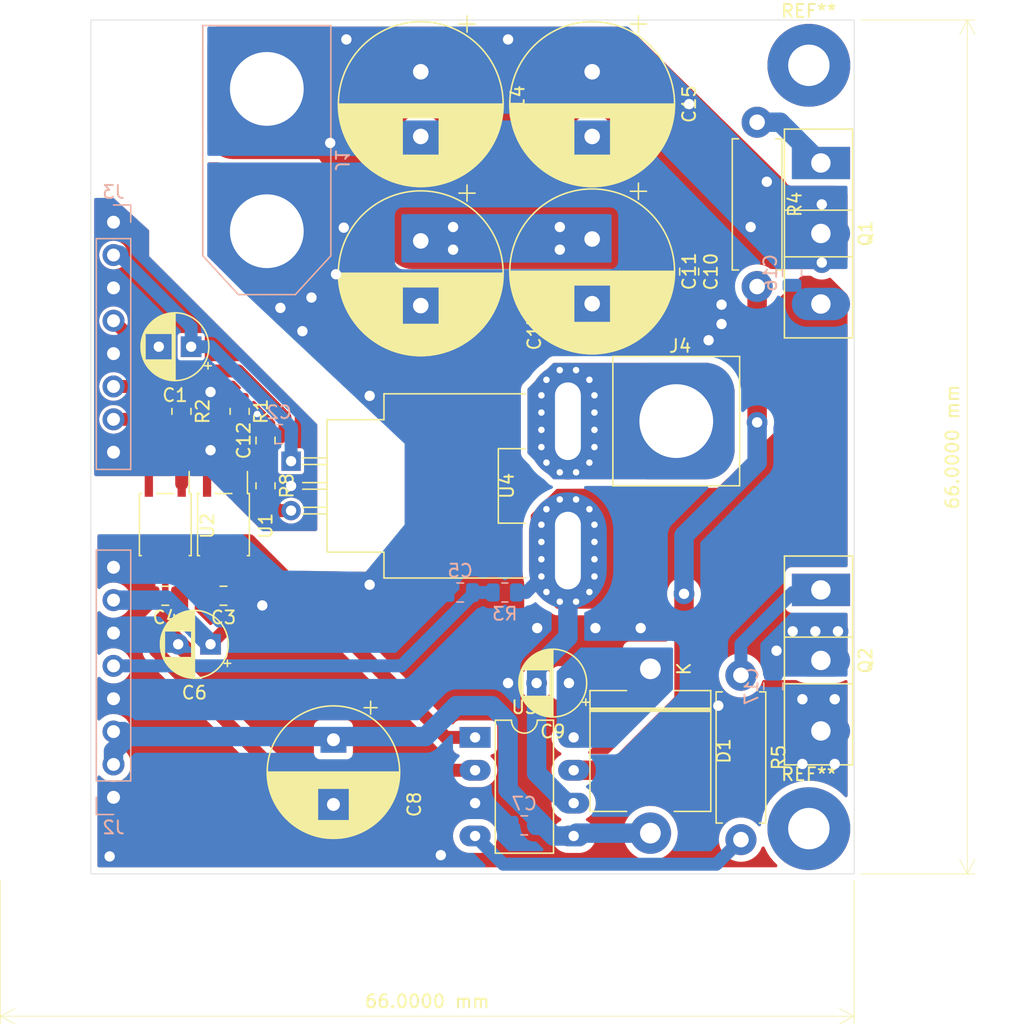
<source format=kicad_pcb>
(kicad_pcb (version 20211014) (generator pcbnew)
  (layers (0 "F.Cu" signal) (31 "B.Cu" signal) (34 "B.Paste" user) (35 "F.Paste" user) (36 "B.SilkS" user "B.Silkscreen") (37 "F.SilkS" user "F.Silkscreen") (38 "B.Mask" user) (39 "F.Mask" user) (44 "Edge.Cuts" user))
  (net 0 "")
  (net 1 "GND")
  (net 2 "+12V")
  (net 3 "GNDD")
  (net 4 "/VBOOT")
  (net 5 "V_CLEAN")
  (net 6 "OUT")
  (net 7 "+36V")
  (net 8 "I_CLEAN")
  (net 9 "/HG")
  (net 10 "/LG")
  (net 11 "/HO")
  (net 12 "/LO")
  (net 13 "+5V")
  (net 14 "+5VD")
  (net 15 "/L")
  (net 16 "/H")
  (net 17 "Net-(J4-Pad1)")
  (net 18 "Net-(R1-Pad2)")
  (net 19 "Net-(R2-Pad2)")
  (net 20 "Net-(R8-Pad2)")
  (net 21 "/HIN")
  (net 22 "/LIN")
  (footprint "Capacitor_THT:CP_Radial_D5.0mm_P2.50mm" (layer "F.Cu") (at 176.5 78 180)
    (fp_text reference "C1" (at 1.25 -3.75) (layer "F.SilkS"))
    (fp_text value "100u")
    (pad "1" thru_hole rect (at 0 0 180) (size 1.6 1.6) (drill 0.8) (layers *.Cu *.Mask) (net 14 "+5VD"))
    (pad "2" thru_hole circle (at 2.5 0 180) (size 1.6 1.6) (drill 0.8) (layers *.Cu *.Mask) (net 3 "GNDD"))
  )
  (footprint "Capacitor_SMD:C_0805_2012Metric" (layer "F.Cu") (at 179 97.25 180)
    (fp_text reference "C3" (at 0 -1.68 180) (layer "F.SilkS"))
    (fp_text value "100n")
    (pad "1" smd roundrect (at -0.95 0 180) (size 1 1.45) (layers "F.Cu" "F.Paste" "F.Mask") (net 13 "+5V"))
    (pad "2" smd roundrect (at 0.95 0 180) (size 1 1.45) (layers "F.Cu" "F.Paste" "F.Mask") (net 1 "GND"))
  )
  (footprint "Capacitor_SMD:C_0805_2012Metric" (layer "F.Cu") (at 174.5 97.25 180)
    (fp_text reference "C4" (at 0 -1.68) (layer "F.SilkS"))
    (fp_text value "100n")
    (pad "1" smd roundrect (at -0.95 0 180) (size 1 1.45) (layers "F.Cu" "F.Paste" "F.Mask") (net 13 "+5V"))
    (pad "2" smd roundrect (at 0.95 0 180) (size 1 1.45) (layers "F.Cu" "F.Paste" "F.Mask") (net 1 "GND"))
  )
  (footprint "Capacitor_THT:CP_Radial_D5.0mm_P2.50mm" (layer "F.Cu") (at 178 101 180)
    (fp_text reference "C6" (at 1.25 -3.75) (layer "F.SilkS"))
    (fp_text value "100u")
    (pad "1" thru_hole rect (at 0 0 180) (size 1.6 1.6) (drill 0.8) (layers *.Cu *.Mask) (net 13 "+5V"))
    (pad "2" thru_hole circle (at 2.5 0 180) (size 1.6 1.6) (drill 0.8) (layers *.Cu *.Mask) (net 1 "GND"))
  )
  (footprint "Capacitor_THT:CP_Radial_D10.0mm_P5.00mm" (layer "F.Cu") (at 187.5 108.382323 -90)
    (fp_text reference "C8" (at 5 -6.25 90) (layer "F.SilkS"))
    (fp_text value "470u")
    (pad "1" thru_hole rect (at 0 0 270) (size 2 2) (drill 1) (layers *.Cu *.Mask) (net 2 "+12V"))
    (pad "2" thru_hole circle (at 5 0 270) (size 2 2) (drill 1) (layers *.Cu *.Mask) (net 1 "GND"))
  )
  (footprint "Capacitor_THT:CP_Radial_D5.0mm_P2.50mm" (layer "F.Cu") (at 205.705113 104 180)
    (fp_text reference "C9" (at 1.25 -3.75) (layer "F.SilkS"))
    (fp_text value "22u")
    (pad "1" thru_hole rect (at 0 0 180) (size 1.6 1.6) (drill 0.8) (layers *.Cu *.Mask) (net 4 "/VBOOT"))
    (pad "2" thru_hole circle (at 2.5 0 180) (size 1.6 1.6) (drill 0.8) (layers *.Cu *.Mask) (net 6 "OUT"))
  )
  (footprint "Diode_THT:D_P600_R-6_P12.70mm_Horizontal" (layer "F.Cu") (at 212 102.9 -90)
    (fp_text reference "D1" (at 6.35 -5.67 90) (layer "F.SilkS"))
    (fp_text value "15SQ045")
    (fp_text user "K" (at 0 -2.6 90) (layer "F.SilkS"))
    (pad "1" thru_hole rect (at 0 0 270) (size 3.2 3.2) (drill 1.6) (layers *.Cu *.Mask) (net 4 "/VBOOT"))
    (pad "2" thru_hole oval (at 12.7 0 270) (size 3.2 3.2) (drill 1.6) (layers *.Cu *.Mask) (net 2 "+12V"))
  )
  (footprint "Resistor_SMD:R_0805_2012Metric" (layer "F.Cu") (at 180.25 83 -90)
    (fp_text reference "R1" (at 0 -1.65 90) (layer "F.SilkS"))
    (fp_text value "470")
    (pad "1" smd roundrect (at -0.9125 0 270) (size 1.025 1.4) (layers "F.Cu" "F.Paste" "F.Mask") (roundrect_rratio 0.243902) (net 16 "/H"))
    (pad "2" smd roundrect (at 0.9125 0 270) (size 1.025 1.4) (layers "F.Cu" "F.Paste" "F.Mask") (roundrect_rratio 0.243902) (net 18 "Net-(R1-Pad2)"))
  )
  (footprint "Resistor_SMD:R_0805_2012Metric" (layer "F.Cu") (at 175.75 83 -90)
    (fp_text reference "R2" (at 0 -1.65 90) (layer "F.SilkS"))
    (fp_text value "470")
    (pad "1" smd roundrect (at -0.9125 0 270) (size 1.025 1.4) (layers "F.Cu" "F.Paste" "F.Mask") (roundrect_rratio 0.243902) (net 15 "/L"))
    (pad "2" smd roundrect (at 0.9125 0 270) (size 1.025 1.4) (layers "F.Cu" "F.Paste" "F.Mask") (roundrect_rratio 0.243902) (net 19 "Net-(R2-Pad2)"))
  )
  (footprint "Resistor_THT:R_Axial_DIN0411_L9.9mm_D3.6mm_P12.70mm_Horizontal" (layer "F.Cu") (at 220.25 60.65 -90)
    (fp_text reference "R4" (at 6.35 -2.92 -270) (layer "F.SilkS"))
    (fp_text value "22")
    (pad "1" thru_hole circle (at 0 0 270) (size 2.4 2.4) (drill 1.2) (layers *.Cu *.Mask) (net 9 "/HG"))
    (pad "2" thru_hole oval (at 12.7 0 270) (size 2.4 2.4) (drill 1.2) (layers *.Cu *.Mask) (net 11 "/HO"))
  )
  (footprint "Package_SO:SO-5_4.4x3.6mm_P1.27mm" (layer "F.Cu") (at 179 91.75 -90)
    (fp_text reference "U1" (at 0.1 -3.265 -90) (layer "F.SilkS"))
    (fp_text value "TLP2745")
    (pad "1" smd rect (at -3.15 -1.27 270) (size 2 0.64) (layers "F.Cu" "F.Paste" "F.Mask") (net 18 "Net-(R1-Pad2)"))
    (pad "3" smd rect (at -3.15 1.27 270) (size 2 0.64) (layers "F.Cu" "F.Paste" "F.Mask") (net 3 "GNDD"))
    (pad "4" smd rect (at 3.15 1.27 270) (size 2 0.64) (layers "F.Cu" "F.Paste" "F.Mask") (net 1 "GND"))
    (pad "5" smd rect (at 3.15 0 270) (size 2 0.64) (layers "F.Cu" "F.Paste" "F.Mask") (net 21 "/HIN"))
    (pad "6" smd rect (at 3.15 -1.27 270) (size 2 0.64) (layers "F.Cu" "F.Paste" "F.Mask") (net 13 "+5V"))
  )
  (footprint "Package_SO:SO-5_4.4x3.6mm_P1.27mm" (layer "F.Cu") (at 174.5 91.75 -90)
    (fp_text reference "U2" (at 0.1 -3.265 -90) (layer "F.SilkS"))
    (fp_text value "TLP2745")
    (pad "1" smd rect (at -3.15 -1.27 270) (size 2 0.64) (layers "F.Cu" "F.Paste" "F.Mask") (net 19 "Net-(R2-Pad2)"))
    (pad "3" smd rect (at -3.15 1.27 270) (size 2 0.64) (layers "F.Cu" "F.Paste" "F.Mask") (net 3 "GNDD"))
    (pad "4" smd rect (at 3.15 1.27 270) (size 2 0.64) (layers "F.Cu" "F.Paste" "F.Mask") (net 1 "GND"))
    (pad "5" smd rect (at 3.15 0 270) (size 2 0.64) (layers "F.Cu" "F.Paste" "F.Mask") (net 22 "/LIN"))
    (pad "6" smd rect (at 3.15 -1.27 270) (size 2 0.64) (layers "F.Cu" "F.Paste" "F.Mask") (net 13 "+5V"))
  )
  (footprint "Package_DIP:DIP-8_W7.62mm_LongPads" (layer "F.Cu") (at 198.45 108.2)
    (fp_text reference "U3" (at 3.81 -2.33) (layer "F.SilkS"))
    (fp_text value "IRS2186")
    (pad "1" thru_hole rect (at 0 0) (size 2.4 1.6) (drill 0.8) (layers *.Cu *.Mask) (net 21 "/HIN"))
    (pad "2" thru_hole oval (at 0 2.54) (size 2.4 1.6) (drill 0.8) (layers *.Cu *.Mask) (net 22 "/LIN"))
    (pad "3" thru_hole oval (at 0 5.08) (size 2.4 1.6) (drill 0.8) (layers *.Cu *.Mask) (net 1 "GND"))
    (pad "4" thru_hole oval (at 0 7.62) (size 2.4 1.6) (drill 0.8) (layers *.Cu *.Mask) (net 12 "/LO"))
    (pad "5" thru_hole oval (at 7.62 7.62) (size 2.4 1.6) (drill 0.8) (layers *.Cu *.Mask) (net 2 "+12V"))
    (pad "6" thru_hole oval (at 7.62 5.08) (size 2.4 1.6) (drill 0.8) (layers *.Cu *.Mask) (net 6 "OUT"))
    (pad "7" thru_hole oval (at 7.62 2.54) (size 2.4 1.6) (drill 0.8) (layers *.Cu *.Mask) (net 11 "/HO"))
    (pad "8" thru_hole oval (at 7.62 0) (size 2.4 1.6) (drill 0.8) (layers *.Cu *.Mask) (net 4 "/VBOOT"))
  )
  (footprint "Capacitor_THT:CP_Radial_D12.5mm_P5.00mm" (layer "F.Cu") (at 207.5 56.75 -90)
    (fp_text reference "C15" (at 2.5 -7.5 90) (layer "F.SilkS"))
    (fp_text value "1000u")
    (pad "1" thru_hole rect (at 0 0 270) (size 2.4 2.4) (drill 1.2) (layers *.Cu *.Mask) (net 7 "+36V"))
    (pad "2" thru_hole circle (at 5 0 270) (size 2.4 2.4) (drill 1.2) (layers *.Cu *.Mask) (net 1 "GND"))
  )
  (footprint "Capacitor_THT:CP_Radial_D12.5mm_P5.00mm" (layer "F.Cu") (at 207.5 69.676041 -90)
    (fp_text reference "C11" (at 2.5 -7.5 90) (layer "F.SilkS"))
    (fp_text value "1000u")
    (pad "1" thru_hole rect (at 0 0 270) (size 2.4 2.4) (drill 1.2) (layers *.Cu *.Mask) (net 7 "+36V"))
    (pad "2" thru_hole circle (at 5 0 270) (size 2.4 2.4) (drill 1.2) (layers *.Cu *.Mask) (net 1 "GND"))
  )
  (footprint "Resistor_THT:R_Axial_DIN0411_L9.9mm_D3.6mm_P12.70mm_Horizontal" (layer "F.Cu") (at 219 103.4 -90)
    (fp_text reference "R5" (at 6.35 -2.92 -270) (layer "F.SilkS"))
    (fp_text value "22")
    (pad "1" thru_hole circle (at 0 0 270) (size 2.4 2.4) (drill 1.2) (layers *.Cu *.Mask) (net 10 "/LG"))
    (pad "2" thru_hole oval (at 12.7 0 270) (size 2.4 2.4) (drill 1.2) (layers *.Cu *.Mask) (net 12 "/LO"))
  )
  (footprint "Capacitor_SMD:C_0805_2012Metric" (layer "F.Cu") (at 182.25 85.25 90)
    (fp_text reference "C12" (at 0 -1.68 90) (layer "F.SilkS"))
    (fp_text value "100n")
    (pad "1" smd roundrect (at -0.95 0 90) (size 1 1.45) (layers "F.Cu" "F.Paste" "F.Mask") (net 8 "I_CLEAN"))
    (pad "2" smd roundrect (at 0.95 0 90) (size 1 1.45) (layers "F.Cu" "F.Paste" "F.Mask") (net 3 "GNDD"))
  )
  (footprint "Capacitor_THT:CP_Radial_D12.5mm_P5.00mm" (layer "F.Cu") (at 194.25 56.75 -90)
    (fp_text reference "C14" (at 2.5 -7.5 90) (layer "F.SilkS"))
    (fp_text value "1000u")
    (pad "1" thru_hole rect (at 0 0 270) (size 2.4 2.4) (drill 1.2) (layers *.Cu *.Mask) (net 7 "+36V"))
    (pad "2" thru_hole circle (at 5 0 270) (size 2.4 2.4) (drill 1.2) (layers *.Cu *.Mask) (net 1 "GND"))
  )
  (footprint "XT90:XT90PB_1Pin" (layer "F.Cu") (at 214.3 83.75)
    (fp_text reference "J4" (at 0 -5.8 unlocked) (layer "F.SilkS"))
    (fp_text value "OUT")
    (pad "1" thru_hole roundrect (at -0.3 0) (size 9 9) (drill 5.7) (layers *.Cu *.Mask) (net 17 "Net-(J4-Pad1)"))
  )
  (footprint "Resistor_SMD:R_0805_2012Metric" (layer "F.Cu") (at 182.25 88.75 -90)
    (fp_text reference "R8" (at 0 -1.65 90) (layer "F.SilkS"))
    (fp_text value "1k")
    (pad "1" smd roundrect (at -0.9125 0 270) (size 1.025 1.4) (layers "F.Cu" "F.Paste" "F.Mask") (roundrect_rratio 0.243902) (net 8 "I_CLEAN"))
    (pad "2" smd roundrect (at 0.9125 0 270) (size 1.025 1.4) (layers "F.Cu" "F.Paste" "F.Mask") (roundrect_rratio 0.243902) (net 20 "Net-(R8-Pad2)"))
  )
  (footprint "Package_TO_SOT_THT:TO-247-3_Vertical" (layer "F.Cu") (at 225.18 96.8 -90)
    (fp_text reference "Q2" (at 5.45 -3.45 90) (layer "F.SilkS"))
    (fp_text value "IRFL2907")
    (pad "1" thru_hole rect locked (at 0 0 270) (size 2.5 4.5) (drill 1.5) (layers *.Cu *.Mask) (net 10 "/LG"))
    (pad "2" thru_hole oval locked (at 5.45 0 270) (size 2.5 4.5) (drill 1.5) (layers *.Cu *.Mask) (net 6 "OUT"))
    (pad "3" thru_hole oval locked (at 10.9 0 270) (size 2.5 4.5) (drill 1.5) (layers *.Cu *.Mask) (net 1 "GND"))
  )
  (footprint "MountingHole:MountingHole_3.2mm_M3_Pad" (layer "F.Cu") (at 224.25 56.25)
    (fp_text reference "REF**" (at 0 -4.2) (layer "F.SilkS"))
    (fp_text value "MountingHole_3.2mm_M3_Pad")
    (pad "1" thru_hole circle (at 0 0) (size 6.4 6.4) (drill 3.2) (layers *.Cu *.Mask))
  )
  (footprint "Package_TO_SOT_THT:TO-247-3_Vertical" (layer "F.Cu") (at 225.18 63.8 -90)
    (fp_text reference "Q1" (at 5.45 -3.45 90) (layer "F.SilkS"))
    (fp_text value "IRFL2907")
    (pad "1" thru_hole rect locked (at 0 0 270) (size 2.5 4.5) (drill 1.5) (layers *.Cu *.Mask) (net 9 "/HG"))
    (pad "2" thru_hole oval locked (at 5.45 0 270) (size 2.5 4.5) (drill 1.5) (layers *.Cu *.Mask) (net 7 "+36V"))
    (pad "3" thru_hole oval locked (at 10.9 0 270) (size 2.5 4.5) (drill 1.5) (layers *.Cu *.Mask) (net 6 "OUT"))
  )
  (footprint "Capacitor_SMD:C_0805_2012Metric" (layer "F.Cu") (at 215 72.2 -90)
    (fp_text reference "C10" (at 0 -1.68 90) (layer "F.SilkS"))
    (fp_text value "100n")
    (pad "1" smd roundrect (at -0.95 0 270) (size 1 1.45) (layers "F.Cu" "F.Paste" "F.Mask") (net 7 "+36V"))
    (pad "2" smd roundrect (at 0.95 0 270) (size 1 1.45) (layers "F.Cu" "F.Paste" "F.Mask") (net 1 "GND"))
  )
  (footprint "Capacitor_THT:CP_Radial_D12.5mm_P5.00mm" (layer "F.Cu") (at 194.25 69.823959 -90)
    (fp_text reference "C13" (at 7.01 -8.775 90) (layer "F.SilkS"))
    (fp_text value "1000u")
    (pad "1" thru_hole rect (at 0 0 270) (size 2.4 2.4) (drill 1.2) (layers *.Cu *.Mask) (net 7 "+36V"))
    (pad "2" thru_hole circle (at 5 0 270) (size 2.4 2.4) (drill 1.2) (layers *.Cu *.Mask) (net 1 "GND"))
  )
  (footprint "Sensor_Current:Allegro_CB_PFF" (layer "F.Cu") (at 184.225 86.85 -90)
    (fp_text reference "U4" (at 1.91 -16.7 90) (layer "F.SilkS"))
    (fp_text value "ACS758xCB-100B-PFF")
    (pad "1" thru_hole rect (at 0 0 270) (size 1.5 1.5) (drill 0.8) (layers *.Cu *.Mask) (net 14 "+5VD"))
    (pad "2" thru_hole circle (at 1.91 0 270) (size 1.5 1.5) (drill 0.8) (layers *.Cu *.Mask) (net 3 "GNDD"))
    (pad "3" thru_hole circle (at 3.82 0 270) (size 1.5 1.5) (drill 0.8) (layers *.Cu *.Mask) (net 20 "Net-(R8-Pad2)"))
    (pad "4" thru_hole circle (at 3.71 -19.74 270) (size 0.8 0.8) (drill 0.5) (layers *.Cu *.Mask) (net 6 "OUT"))
    (pad "4" thru_hole circle (at 10.86 -20.77 270) (size 0.8 0.8) (drill 0.5) (layers *.Cu *.Mask) (net 6 "OUT"))
    (pad "4" thru_hole circle (at 7.58 -19.35 270) (size 0.8 0.8) (drill 0.5) (layers *.Cu *.Mask) (net 6 "OUT"))
    (pad "4" thru_hole circle (at 8.91 -19.35 270) (size 0.8 0.8) (drill 0.5) (layers *.Cu *.Mask) (net 6 "OUT"))
    (pad "4" thru_hole circle (at 8.91 -23.45 270) (size 0.8 0.8) (drill 0.5) (layers *.Cu *.Mask) (net 6 "OUT"))
    (pad "4" thru_hole circle (at 4.91 -23.45 270) (size 0.8 0.8) (drill 0.5) (layers *.Cu *.Mask) (net 6 "OUT"))
    (pad "4" thru_hole oval (at 2.96 -22.03 335) (size 0.8 0.8) (drill 0.5) (layers *.Cu *.Mask) (net 6 "OUT"))
    (pad "4" thru_hole circle (at 4.91 -19.35 270) (size 0.8 0.8) (drill 0.5) (layers *.Cu *.Mask) (net 6 "OUT"))
    (pad "4" thru_hole circle (at 7.58 -23.45 270) (size 0.8 0.8) (drill 0.5) (layers *.Cu *.Mask) (net 6 "OUT"))
    (pad "4" thru_hole circle (at 10.11 -23.06 270) (size 0.8 0.8) (drill 0.5) (layers *.Cu *.Mask) (net 6 "OUT"))
    (pad "4" thru_hole oval (at 2.96 -20.77 205) (size 0.8 0.8) (drill 0.5) (layers *.Cu *.Mask) (net 6 "OUT"))
    (pad "4" thru_hole circle (at 6.24 -23.45 270) (size 0.8 0.8) (drill 0.5) (layers *.Cu *.Mask) (net 6 "OUT"))
    (pad "4" thru_hole circle (at 10.11 -19.74 270) (size 0.8 0.8) (drill 0.5) (layers *.Cu *.Mask) (net 6 "OUT"))
    (pad "4" thru_hole circle (at 3.71 -23.06 270) (size 0.8 0.8) (drill 0.5) (layers *.Cu *.Mask) (net 6 "OUT"))
    (pad "4" thru_hole circle (at 6.24 -19.35 270) (size 0.8 0.8) (drill 0.5) (layers *.Cu *.Mask) (net 6 "OUT"))
    (pad "4" thru_hole oval (at 6.91 -21.4 270) (size 9 6) (drill oval 6 2) (layers *.Cu *.Mask) (net 6 "OUT"))
    (pad "4" thru_hole circle (at 10.86 -22.03 270) (size 0.8 0.8) (drill 0.5) (layers *.Cu *.Mask) (net 6 "OUT"))
    (pad "5" thru_hole circle (at -3.76 -19.35 270) (size 0.8 0.8) (drill 0.5) (layers *.Cu *.Mask) (net 17 "Net-(J4-Pad1)"))
    (pad "5" thru_hole circle (at 0.11 -19.74 270) (size 0.8 0.8) (drill 0.5) (layers *.Cu *.Mask) (net 17 "Net-(J4-Pad1)"))
    (pad "5" thru_hole circle (at -5.09 -23.45 270) (size 0.8 0.8) (drill 0.5) (layers *.Cu *.Mask) (net 17 "Net-(J4-Pad1)"))
    (pad "5" thru_hole oval (at 0.86 -22.03 205) (size 0.8 0.8) (drill 0.5) (layers *.Cu *.Mask) (net 17 "Net-(J4-Pad1)"))
    (pad "5" thru_hole circle (at -2.42 -23.45 270) (size 0.8 0.8) (drill 0.5) (layers *.Cu *.Mask) (net 17 "Net-(J4-Pad1)"))
    (pad "5" thru_hole circle (at 0.11 -23.06 270) (size 0.8 0.8) (drill 0.5) (layers *.Cu *.Mask) (net 17 "Net-(J4-Pad1)"))
    (pad "5" thru_hole circle (at -6.29 -23.06 270) (size 0.8 0.8) (drill 0.5) (layers *.Cu *.Mask) (net 17 "Net-(J4-Pad1)"))
    (pad "5" thru_hole circle (at -7.04 -22.03 270) (size 0.8 0.8) (drill 0.5) (layers *.Cu *.Mask) (net 17 "Net-(J4-Pad1)"))
    (pad "5" thru_hole circle (at -1.09 -19.35 270) (size 0.8 0.8) (drill 0.5) (layers *.Cu *.Mask) (net 17 "Net-(J4-Pad1)"))
    (pad "5" thru_hole oval (at 0.86 -20.77 335) (size 0.8 0.8) (drill 0.5) (layers *.Cu *.Mask) (net 17 "Net-(J4-Pad1)"))
    (pad "5" thru_hole circle (at -7.04 -20.77 270) (size 0.8 0.8) (drill 0.5) (layers *.Cu *.Mask) (net 17 "Net-(J4-Pad1)"))
    (pad "5" thru_hole circle (at -5.09 -19.35 270) (size 0.8 0.8) (drill 0.5) (layers *.Cu *.Mask) (net 17 "Net-(J4-Pad1)"))
    (pad "5" thru_hole circle (at -1.09 -23.45 270) (size 0.8 0.8) (drill 0.5) (layers *.Cu *.Mask) (net 17 "Net-(J4-Pad1)"))
    (pad "5" thru_hole circle (at -3.76 -23.45 270) (size 0.8 0.8) (drill 0.5) (layers *.Cu *.Mask) (net 17 "Net-(J4-Pad1)"))
    (pad "5" thru_hole circle (at -6.29 -19.74 270) (size 0.8 0.8) (drill 0.5) (layers *.Cu *.Mask) (net 17 "Net-(J4-Pad1)"))
    (pad "5" thru_hole circle (at -2.42 -19.35 270) (size 0.8 0.8) (drill 0.5) (layers *.Cu *.Mask) (net 17 "Net-(J4-Pad1)"))
    (pad "5" thru_hole oval (at -3.09 -21.4 270) (size 9 6) (drill oval 6 2) (layers *.Cu *.Mask) (net 17 "Net-(J4-Pad1)"))
  )
  (footprint "MountingHole:MountingHole_3.2mm_M3_Pad" (layer "F.Cu") (at 224.25 115.25)
    (fp_text reference "REF**" (at 0 -4.2) (layer "F.SilkS"))
    (fp_text value "MountingHole_3.2mm_M3_Pad")
    (pad "1" thru_hole circle (at 0 0) (size 6.4 6.4) (drill 3.2) (layers *.Cu *.Mask))
  )
  (footprint "Capacitor_SMD:C_0805_2012Metric" (layer "B.Cu") (at 183.3 84.75 180)
    (fp_text reference "C2" (at 0 1.68) (layer "B.SilkS") (effects (justify mirror)))
    (fp_text value "100n")
    (pad "1" smd roundrect (at -0.95 0 180) (size 1 1.45) (layers "B.Cu" "B.Paste" "B.Mask") (net 14 "+5VD"))
    (pad "2" smd roundrect (at 0.95 0 180) (size 1 1.45) (layers "B.Cu" "B.Paste" "B.Mask") (net 3 "GNDD"))
  )
  (footprint "Capacitor_SMD:C_0805_2012Metric" (layer "B.Cu") (at 197.3 97 180)
    (fp_text reference "C5" (at 0 1.68) (layer "B.SilkS") (effects (justify mirror)))
    (fp_text value "100n")
    (pad "1" smd roundrect (at -0.95 0 180) (size 1 1.45) (layers "B.Cu" "B.Paste" "B.Mask") (net 5 "V_CLEAN"))
    (pad "2" smd roundrect (at 0.95 0 180) (size 1 1.45) (layers "B.Cu" "B.Paste" "B.Mask") (net 1 "GND"))
  )
  (footprint "Capacitor_SMD:C_0805_2012Metric" (layer "B.Cu") (at 202.25 115 180)
    (fp_text reference "C7" (at 0 1.68) (layer "B.SilkS") (effects (justify mirror)))
    (fp_text value "100n")
    (pad "1" smd roundrect (at -0.95 0 180) (size 1 1.45) (layers "B.Cu" "B.Paste" "B.Mask") (net 2 "+12V"))
    (pad "2" smd roundrect (at 0.95 0 180) (size 1 1.45) (layers "B.Cu" "B.Paste" "B.Mask") (net 1 "GND"))
  )
  (footprint "Connector_PinHeader_2.54mm:PinHeader_1x08_P2.54mm_Vertical" (layer "B.Cu") (at 170.5 68.375 180)
    (fp_text reference "J3" (at 0 2.33) (layer "B.SilkS") (effects (justify mirror)))
    (fp_text value "CTRL")
    (pad "1" thru_hole rect (at 0 0 180) (size 1.7 1.7) (drill 1) (layers *.Cu *.Mask) (net 3 "GNDD"))
    (pad "2" thru_hole oval (at 0 -2.54 180) (size 1.7 1.7) (drill 1) (layers *.Cu *.Mask) (net 14 "+5VD"))
    (pad "3" thru_hole oval (at 0 -5.08 180) (size 1.7 1.7) (drill 1) (layers *.Cu *.Mask) (net 3 "GNDD"))
    (pad "4" thru_hole oval (at 0 -7.62 180) (size 1.7 1.7) (drill 1) (layers *.Cu *.Mask) (net 8 "I_CLEAN"))
    (pad "5" thru_hole oval (at 0 -10.16 180) (size 1.7 1.7) (drill 1) (layers *.Cu *.Mask) (net 3 "GNDD"))
    (pad "6" thru_hole oval (at 0 -12.7 180) (size 1.7 1.7) (drill 1) (layers *.Cu *.Mask) (net 15 "/L"))
    (pad "7" thru_hole oval (at 0 -15.24 180) (size 1.7 1.7) (drill 1) (layers *.Cu *.Mask) (net 16 "/H"))
    (pad "8" thru_hole oval (at 0 -17.78 180) (size 1.7 1.7) (drill 1) (layers *.Cu *.Mask) (net 3 "GNDD"))
  )
  (footprint "Resistor_SMD:R_0805_2012Metric" (layer "B.Cu") (at 200.75 97)
    (fp_text reference "R3" (at 0 1.65) (layer "B.SilkS") (effects (justify mirror)))
    (fp_text value "10k")
    (pad "1" smd roundrect (at -0.9125 0) (size 1.025 1.4) (layers "B.Cu" "B.Paste" "B.Mask") (roundrect_rratio 0.243902) (net 5 "V_CLEAN"))
    (pad "2" smd roundrect (at 0.9125 0) (size 1.025 1.4) (layers "B.Cu" "B.Paste" "B.Mask") (roundrect_rratio 0.243902) (net 6 "OUT"))
  )
  (footprint "XT90:XT90PB" (layer "B.Cu") (at 182.25 63.573959 90)
    (fp_text reference "J1" (at 0 5.9 -90 unlocked) (layer "B.SilkS") (effects (justify mirror)))
    (fp_text value "PWR")
    (pad "1" thru_hole roundrect (at -5.5 0.1 90) (size 9 9) (drill 5.7) (layers *.Cu *.Mask) (chamfer_ratio 0.3) (chamfer top_left bottom_left) (net 1 "GND"))
    (pad "2" thru_hole roundrect (at 5.5 0.1 90) (size 9 9) (drill 5.7) (layers *.Cu *.Mask) (net 7 "+36V"))
  )
  (footprint "Capacitor_SMD:C_0805_2012Metric" (layer "B.Cu") (at 222.95 72.3 -90)
    (fp_text reference "C16" (at 0 1.68 90) (layer "B.SilkS") (effects (justify mirror)))
    (fp_text value "100n")
    (pad "1" smd roundrect (at -0.95 0 270) (size 1 1.45) (layers "B.Cu" "B.Paste" "B.Mask") (net 7 "+36V"))
    (pad "2" smd roundrect (at 0.95 0 270) (size 1 1.45) (layers "B.Cu" "B.Paste" "B.Mask") (net 6 "OUT"))
  )
  (footprint "Capacitor_SMD:C_0805_2012Metric" (layer "B.Cu") (at 221.5 104.25 -90)
    (fp_text reference "C17" (at 0 1.68 90) (layer "B.SilkS") (effects (justify mirror)))
    (fp_text value "100n")
    (pad "1" smd roundrect (at -0.95 0 270) (size 1 1.45) (layers "B.Cu" "B.Paste" "B.Mask") (net 6 "OUT"))
    (pad "2" smd roundrect (at 0.95 0 270) (size 1 1.45) (layers "B.Cu" "B.Paste" "B.Mask") (net 1 "GND"))
  )
  (footprint "Connector_PinHeader_2.54mm:PinHeader_1x08_P2.54mm_Vertical" (layer "B.Cu") (at 170.5 112.83)
    (fp_text reference "J2" (at 0 2.33) (layer "B.SilkS") (effects (justify mirror)))
    (fp_text value "PWR_AUX")
    (pad "1" thru_hole rect (at 0 0) (size 1.7 1.7) (drill 1) (layers *.Cu *.Mask) (net 1 "GND"))
    (pad "2" thru_hole oval (at 0 -2.54) (size 1.7 1.7) (drill 1) (layers *.Cu *.Mask) (net 2 "+12V"))
    (pad "3" thru_hole oval (at 0 -5.08) (size 1.7 1.7) (drill 1) (layers *.Cu *.Mask) (net 2 "+12V"))
    (pad "4" thru_hole oval (at 0 -7.62) (size 1.7 1.7) (drill 1) (layers *.Cu *.Mask) (net 1 "GND"))
    (pad "5" thru_hole oval (at 0 -10.16) (size 1.7 1.7) (drill 1) (layers *.Cu *.Mask) (net 5 "V_CLEAN"))
    (pad "6" thru_hole oval (at 0 -12.7) (size 1.7 1.7) (drill 1) (layers *.Cu *.Mask) (net 1 "GND"))
    (pad "7" thru_hole oval (at 0 -15.24) (size 1.7 1.7) (drill 1) (layers *.Cu *.Mask) (net 13 "+5V"))
    (pad "8" thru_hole oval (at 0 -17.78) (size 1.7 1.7) (drill 1) (layers *.Cu *.Mask) (net 1 "GND"))
  )
  (gr_rect (start 168.75 52.75) (end 227.75 118.75) (layer "Edge.Cuts") (width 0.05) (fill none))
  (dimension (type aligned) (layer "F.SilkS") (pts (xy 227.75 52.75) (xy 227.75 118.75)) (height -8.75) (gr_text "66,0000 mm" (at 235.35 85.75 90) (layer "F.SilkS") (effects (font (size 1 1) (thickness 0.15)))) (format (units 3) (units_format 1) (precision 4)) (style (thickness 0.05) (arrow_length 1.27) (text_position_mode 0) (extension_height 0.58642) (extension_offset 0.5) keep_text_aligned))
  (dimension (type aligned) (layer "F.SilkS") (pts (xy 161.75 118.75) (xy 227.75 118.75)) (height 11) (gr_text "66,0000 mm" (at 194.75 128.6) (layer "F.SilkS") (effects (font (size 1 1) (thickness 0.15)))) (format (units 3) (units_format 1) (precision 4)) (style (thickness 0.05) (arrow_length 1.27) (text_position_mode 0) (extension_height 0.58642) (extension_offset 0.5) keep_text_aligned))
  (via (at 190.3 96.4) (size 1.6) (drill 0.8) (layers "F.Cu" "B.Cu") (net 1))
  (via (at 182 98) (size 1.6) (drill 0.8) (layers "F.Cu" "B.Cu") (net 1))
  (via (at 187.7 72.4) (size 1.6) (drill 0.8) (layers "F.Cu" "B.Cu") (net 1))
  (via (at 216.5 77.5) (size 1.6) (drill 0.8) (layers "F.Cu" "B.Cu") (net 1))
  (via (at 183.4 75) (size 1.6) (drill 0.8) (layers "F.Cu" "B.Cu") (net 1))
  (via (at 217.25 105.75) (size 1.6) (drill 0.8) (layers "F.Cu" "B.Cu") (net 1))
  (via (at 211.25 99.75) (size 1.6) (drill 0.8) (layers "F.Cu" "B.Cu") (net 1))
  (via (at 226.25 110.25) (size 1.6) (drill 0.8) (layers "F.Cu" "B.Cu") (net 1))
  (via (at 188.3 68.8) (size 1.6) (drill 0.8) (layers "F.Cu" "B.Cu") (net 1))
  (via (at 217.5 74.75) (size 1.6) (drill 0.8) (layers "F.Cu" "B.Cu") (net 1))
  (via (at 190.3 81.8) (size 1.6) (drill 0.8) (layers "F.Cu" "B.Cu") (net 1))
  (via (at 223.75 110.25) (size 1.6) (drill 0.8) (layers "F.Cu" "B.Cu") (net 1))
  (via (at 226.25 105.25) (size 1.6) (drill 0.8) (layers "F.Cu" "B.Cu") (net 1))
  (via (at 207.75 99.75) (size 1.6) (drill 0.8) (layers "F.Cu" "B.Cu") (net 1))
  (via (at 201 104) (size 1.6) (drill 0.8) (layers "F.Cu" "B.Cu") (net 1))
  (via (at 217.5 76.25) (size 1.6) (drill 0.8) (layers "F.Cu" "B.Cu") (net 1))
  (via (at 203.25 99.75) (size 1.6) (drill 0.8) (layers "F.Cu" "B.Cu") (net 1))
  (via (at 185.1 76.8) (size 1.6) (drill 0.8) (layers "F.Cu" "B.Cu") (net 1))
  (via (at 185.8 74.2) (size 1.6) (drill 0.8) (layers "F.Cu" "B.Cu") (net 1))
  (via (at 223.75 105.25) (size 1.6) (drill 0.8) (layers "F.Cu" "B.Cu") (net 1))
  (via (at 195.8 117.3) (size 1.6) (drill 0.8) (layers "F.Cu" "B.Cu") (net 1))
  (via (at 170.2 117.4) (size 1.6) (drill 0.8) (layers "F.Cu" "B.Cu") (net 1))
  (segment (start 170.5 109.264646) (end 171.632323 108.132323) (width 1.5) (layer "B.Cu") (net 2))
  (segment (start 206.29 115.6) (end 206.07 115.82) (width 1.5) (layer "B.Cu") (net 2))
  (segment (start 194.617677 108.132323) (end 197 105.75) (width 1.5) (layer "B.Cu") (net 2))
  (segment (start 171.632323 108.132323) (end 194.617677 108.132323) (width 1.5) (layer "B.Cu") (net 2))
  (segment (start 197 105.75) (end 199.75 105.75) (width 1.5) (layer "B.Cu") (net 2))
  (segment (start 201 107) (end 201 112.25) (width 1.5) (layer "B.Cu") (net 2))
  (segment (start 170.5 107.75) (end 171.25 107.75) (width 1.5) (layer "B.Cu") (net 2))
  (segment (start 199.75 105.75) (end 201 107) (width 1.5) (layer "B.Cu") (net 2))
  (segment (start 203.7 114.95) (end 203.7 115) (width 1.5) (layer "B.Cu") (net 2))
  (segment (start 201 112.25) (end 203.7 114.95) (width 1.5) (layer "B.Cu") (net 2))
  (segment (start 171.632323 108.157677) (end 171.632323 108.132323) (width 1) (layer "B.Cu") (net 2))
  (segment (start 212 115.6) (end 206.29 115.6) (width 1.5) (layer "B.Cu") (net 2))
  (segment (start 170.5 110.29) (end 170.5 109.264646) (width 1.5) (layer "B.Cu") (net 2))
  (segment (start 206.07 115.82) (end 204.52 115.82) (width 1.5) (layer "B.Cu") (net 2))
  (segment (start 203.2 115) (end 203.7 115) (width 1.5) (layer "B.Cu") (net 2))
  (segment (start 203.7 115) (end 204.52 115.82) (width 1.5) (layer "B.Cu") (net 2))
  (segment (start 171.25 107.75) (end 171.632323 108.132323) (width 1.5) (layer "B.Cu") (net 2))
  (via (at 181.6 83.2) (size 1) (drill 0.5) (layers "F.Cu" "B.Cu") (net 3))
  (via (at 178 81.5) (size 1.6) (drill 0.8) (layers "F.Cu" "B.Cu") (net 3))
  (via (at 178 86) (size 1.6) (drill 0.8) (layers "F.Cu" "B.Cu") (net 3))
  (segment (start 198.25 97.168503) (end 192.748503 102.67) (width 1) (layer "B.Cu") (net 5))
  (segment (start 192.748503 102.67) (end 170.5 102.67) (width 1) (layer "B.Cu") (net 5))
  (segment (start 198.25 97) (end 198.25 97.168503) (width 1) (layer "B.Cu") (net 5))
  (segment (start 198.25 97) (end 199.8375 97) (width 1) (layer "B.Cu") (net 5))
  (via (at 221.75 101.5) (size 1.6) (drill 0.8) (layers "F.Cu" "B.Cu") (net 6))
  (via (at 226.5 100) (size 1.6) (drill 0.8) (layers "F.Cu" "B.Cu") (net 6))
  (via (at 224.75 100) (size 1.6) (drill 0.8) (layers "F.Cu" "B.Cu") (net 6))
  (via (at 223 100) (size 1.6) (drill 0.8) (layers "F.Cu" "B.Cu") (net 6))
  (segment (start 203.205113 110.955113) (end 203.205113 104) (width 1.5) (layer "B.Cu") (net 6))
  (segment (start 203.205113 102.86863) (end 205.625 100.448743) (width 1.5) (layer "B.Cu") (net 6))
  (segment (start 203.205113 104) (end 203.205113 102.86863) (width 1.5) (layer "B.Cu") (net 6))
  (segment (start 201.6625 97) (end 202.385 97) (width 1) (layer "B.Cu") (net 6))
  (segment (start 206.07 113.28) (end 205.53 113.28) (width 1.5) (layer "B.Cu") (net 6))
  (segment (start 202.385 97) (end 205.625 93.76) (width 1) (layer "B.Cu") (net 6))
  (segment (start 205.625 100.448743) (end 205.625 93.76) (width 1.5) (layer "B.Cu") (net 6))
  (segment (start 205.53 113.28) (end 203.205113 110.955113) (width 1.5) (layer "B.Cu") (net 6))
  (via (at 225.25 71.5) (size 1.6) (drill 0.8) (layers "F.Cu" "B.Cu") (net 7))
  (via (at 187.25 62.25) (size 1.6) (drill 0.8) (layers "F.Cu" "B.Cu") (net 7))
  (via (at 201 54.25) (size 1.6) (drill 0.8) (layers "F.Cu" "B.Cu") (net 7))
  (via (at 196.75 68.75) (size 1.6) (drill 0.8) (layers "F.Cu" "B.Cu") (net 7))
  (via (at 215 59.25) (size 1.6) (drill 0.8) (layers "F.Cu" "B.Cu") (net 7))
  (via (at 188.5 54.25) (size 1.6) (drill 0.8) (layers "F.Cu" "B.Cu") (net 7))
  (via (at 225.25 67) (size 1.6) (drill 0.8) (layers "F.Cu" "B.Cu") (net 7))
  (via (at 196.75 70.5) (size 1.6) (drill 0.8) (layers "F.Cu" "B.Cu") (net 7))
  (via (at 219.75 68.75) (size 1.6) (drill 0.8) (layers "F.Cu" "B.Cu") (net 7))
  (via (at 221 65.25) (size 1.6) (drill 0.8) (layers "F.Cu" "B.Cu") (net 7))
  (via (at 205 68.75) (size 1.6) (drill 0.8) (layers "F.Cu" "B.Cu") (net 7))
  (via (at 205 70.5) (size 1.6) (drill 0.8) (layers "F.Cu" "B.Cu") (net 7))
  (segment (start 182.575 85.95) (end 182.25 85.95) (width 1) (layer "F.Cu") (net 8))
  (segment (start 173.753679 79.875) (end 172.5 78.621321) (width 1) (layer "F.Cu") (net 8))
  (segment (start 183.75 84.618503) (end 183.75 83.481497) (width 1) (layer "F.Cu") (net 8))
  (segment (start 182.25 85.95) (end 182.418503 85.95) (width 1) (layer "F.Cu") (net 8))
  (segment (start 182.418503 85.95) (end 183.75 84.618503) (width 1) (layer "F.Cu") (net 8))
  (segment (start 180.143503 79.875) (end 173.753679 79.875) (width 1) (layer "F.Cu") (net 8))
  (segment (start 172.5 77.995) (end 170.5 75.995) (width 1) (layer "F.Cu") (net 8))
  (segment (start 172.5 78.621321) (end 172.5 77.995) (width 1) (layer "F.Cu") (net 8))
  (segment (start 183.75 83.481497) (end 180.143503 79.875) (width 1) (layer "F.Cu") (net 8))
  (segment (start 182.25 85.95) (end 182.25 87.8375) (width 1) (layer "F.Cu") (net 8))
  (segment (start 225.03 63.65) (end 225.18 63.8) (width 1.5) (layer "F.Cu") (net 9))
  (segment (start 220.25 60.65) (end 222.03 60.65) (width 1.5) (layer "B.Cu") (net 9))
  (segment (start 222.03 60.65) (end 225.18 63.8) (width 1.5) (layer "B.Cu") (net 9))
  (segment (start 225.03 96.65) (end 225.18 96.8) (width 1.5) (layer "F.Cu") (net 10))
  (segment (start 223 97) (end 219 101) (width 1) (layer "B.Cu") (net 10))
  (segment (start 223 97) (end 224.98 97) (width 0.5) (layer "B.Cu") (net 10))
  (segment (start 224.98 97) (end 225.18 96.8) (width 0.5) (layer "B.Cu") (net 10))
  (segment (start 219 101) (end 219 103.4) (width 1) (layer "B.Cu") (net 10))
  (segment (start 220.25 76) (end 220.25 83.85) (width 1.5) (layer "F.Cu") (net 11))
  (segment (start 209.26 110.74) (end 214.6 105.4) (width 1.5) (layer "F.Cu") (net 11))
  (segment (start 214.6 105.4) (end 214.6 97.1) (width 1.5) (layer "F.Cu") (net 11))
  (segment (start 220.25 73.35) (end 220.25 76) (width 1.5) (layer "F.Cu") (net 11))
  (segment (start 206.07 110.74) (end 209.26 110.74) (width 1.5) (layer "F.Cu") (net 11))
  (via (at 214.6 97.1) (size 1.6) (drill 0.8) (layers "F.Cu" "B.Cu") (net 11))
  (via (at 220.25 83.85) (size 1.6) (drill 0.8) (layers "F.Cu" "B.Cu") (net 11))
  (segment (start 220.25 86.95) (end 214.6 92.6) (width 1.5) (layer "B.Cu") (net 11))
  (segment (start 220.25 83.85) (end 220.25 86.95) (width 1.5) (layer "B.Cu") (net 11))
  (segment (start 214.6 92.6) (end 214.6 97.1) (width 1.5) (layer "B.Cu") (net 11))
  (segment (start 198.45 115.82) (end 200.63 118) (width 1) (layer "B.Cu") (net 12))
  (segment (start 200.63 118) (end 217.1 118) (width 1) (layer "B.Cu") (net 12))
  (segment (start 217.1 118) (end 219 116.1) (width 1) (layer "B.Cu") (net 12))
  (segment (start 179.95 97.25) (end 179.95 99.05) (width 1) (layer "F.Cu") (net 13))
  (segment (start 180.27 94.9) (end 180.27 96.93) (width 1) (layer "F.Cu") (net 13))
  (segment (start 175.77 94.9) (end 175.77 98.77) (width 1) (layer "F.Cu") (net 13))
  (segment (start 179.95 99.05) (end 178 101) (width 1) (layer "F.Cu") (net 13))
  (segment (start 175.77 98.77) (end 178 101) (width 1) (layer "F.Cu") (net 13))
  (segment (start 180.27 96.93) (end 179.95 97.25) (width 1) (layer "F.Cu") (net 13))
  (segment (start 175.77 96.93) (end 175.45 97.25) (width 0.5) (layer "F.Cu") (net 13))
  (segment (start 170.5 97.59) (end 174.59 97.59) (width 1.5) (layer "B.Cu") (net 13))
  (segment (start 174.59 97.59) (end 178 101) (width 1.5) (layer "B.Cu") (net 13))
  (segment (start 176.5 76.5) (end 176.5 78) (width 1) (layer "B.Cu") (net 14))
  (segment (start 184.225 86.85) (end 184.225 84.775) (width 1) (layer "B.Cu") (net 14))
  (segment (start 176.5 78) (end 178.022056 78) (width 1) (layer "B.Cu") (net 14))
  (segment (start 170.915 70.915) (end 176.5 76.5) (width 1) (layer "B.Cu") (net 14))
  (segment (start 170.5 70.915) (end 170.915 70.915) (width 1.5) (layer "B.Cu") (net 14))
  (segment (start 184.25 84.227944) (end 184.25 84.75) (width 1) (layer "B.Cu") (net 14))
  (segment (start 178.022056 78) (end 184.25 84.227944) (width 1) (layer "B.Cu") (net 14))
  (segment (start 184.225 84.775) (end 184.25 84.75) (width 1) (layer "B.Cu") (net 14))
  (segment (start 174.7375 81.075) (end 175.75 82.0875) (width 1) (layer "F.Cu") (net 15))
  (segment (start 170.5 81.075) (end 174.7375 81.075) (width 1) (layer "F.Cu") (net 15))
  (segment (start 177.25 83) (end 174.210051 83) (width 0.35) (layer "F.Cu") (net 16))
  (segment (start 174.25 83) (end 174.960051 83) (width 0.5) (layer "F.Cu") (net 16))
  (segment (start 180.25 82.0875) (end 180.018997 82.0875) (width 1) (layer "F.Cu") (net 16))
  (segment (start 179.106497 83) (end 177.25 83) (width 1) (layer "F.Cu") (net 16))
  (segment (start 180.018997 82.0875) (end 179.106497 83) (width 1) (layer "F.Cu") (net 16))
  (segment (start 170.5 83.615) (end 173.595051 83.615) (width 1) (layer "F.Cu") (net 16))
  (segment (start 173.595051 83.615) (end 174.210051 83) (width 1) (layer "F.Cu") (net 16))
  (segment (start 180.27 88.6) (end 180.27 83.9325) (width 1) (layer "F.Cu") (net 18))
  (segment (start 180.27 83.9325) (end 180.25 83.9125) (width 1) (layer "F.Cu") (net 18))
  (segment (start 175.77 88.6) (end 175.77 83.9325) (width 1) (layer "F.Cu") (net 19))
  (segment (start 175.77 83.9325) (end 175.75 83.9125) (width 1) (layer "F.Cu") (net 19))
  (segment (start 183.2575 90.67) (end 182.25 89.6625) (width 1) (layer "F.Cu") (net 20))
  (segment (start 184.225 90.67) (end 183.2575 90.67) (width 1) (layer "F.Cu") (net 20))
  (segment (start 179.45 93) (end 181 93) (width 1) (layer "F.Cu") (net 21))
  (segment (start 179 94.9) (end 179 93.45) (width 1) (layer "F.Cu") (net 21))
  (segment (start 179 93.45) (end 179.45 93) (width 1) (layer "F.Cu") (net 21))
  (segment (start 181 93) (end 196.2 108.2) (width 1) (layer "F.Cu") (net 21))
  (segment (start 196.2 108.2) (end 198.45 108.2) (width 1) (layer "F.Cu") (net 21))
  (segment (start 179 95.25) (end 179 94.75) (width 0.5) (layer "F.Cu") (net 21))
  (segment (start 173.75 99.5) (end 174.5 98.75) (width 1) (layer "F.Cu") (net 22))
  (segment (start 198.45 110.74) (end 182.99 110.74) (width 1) (layer "F.Cu") (net 22))
  (segment (start 173.75 101.5) (end 173.75 99.5) (width 1) (layer "F.Cu") (net 22))
  (segment (start 182.99 110.74) (end 173.75 101.5) (width 1) (layer "F.Cu") (net 22))
  (segment (start 174.5 94.9) (end 174.5 98.75) (width 0.5) (layer "F.Cu") (net 22))
  (zone (net 1) (net_name "GND") (layer "F.Cu") (connect_pads yes (clearance 0.508)) (min_thickness 0.254) (fill yes (thermal_gap 0.508) (thermal_bridge_width 0.508))
    (polygon (pts (xy 190.25 67.75) (xy 192 70.4) (xy 193.6 72.5) (xy 218.5 72.5) (xy 218.5 78.5) (xy 202.25 78.5) (xy 202.25 98.5) (xy 227.75 98.5) (xy 227.75 118.75) (xy 168.75 118.75) (xy 168.75 92.5) (xy 180.5 92.5) (xy 183.2 95.3) (xy 190 95.4) (xy 193.1 91.75) (xy 193.1 85.5) (xy 177.75 71) (xy 177.75 63.75) (xy 186.25 63.75)))
  )
  (zone (net 7) (net_name "+36V") (layer "F.Cu") (priority 2) (connect_pads yes (clearance 0.508)) (min_thickness 0.254) (fill yes (thermal_gap 0.508) (thermal_bridge_width 0.508) (smoothing fillet) (radius 2))
    (polygon (pts (xy 222.75 65.5) (xy 227.75 65.5) (xy 227.75 72) (xy 192.6 72) (xy 186.4 63.5) (xy 177.75 63.5) (xy 177.75 52.75) (xy 209.75 52.75)))
  )
  (zone (net 17) (net_name "Net-(J4-Pad1)") (layers F&B.Cu) (priority 1) (connect_pads yes (clearance 0.508)) (min_thickness 0.254) (fill yes (thermal_gap 0.508) (thermal_bridge_width 0.508) (smoothing chamfer) (radius 2))
    (polygon (pts (xy 218.5 88.25) (xy 202.5 88.25) (xy 202.5 79.25) (xy 218.5 79.25)))
  )
  (zone (net 6) (net_name "OUT") (layer "F.Cu") (priority 1) (connect_pads yes (clearance 0.508)) (min_thickness 0.254) (fill yes (thermal_gap 0.508) (thermal_bridge_width 0.508) (smoothing chamfer) (radius 2))
    (polygon (pts (xy 228 103.25) (xy 215.75 103.25) (xy 212 98.25) (xy 202.75 98.25) (xy 202.75 89) (xy 217.2 88.9) (xy 221.7 84.5) (xy 221.7 72.5) (xy 228 72.5)))
  )
  (zone (net 3) (net_name "GNDD") (layer "F.Cu") (priority 1) (connect_pads yes (clearance 0.254)) (min_thickness 0.254) (fill yes (thermal_gap 0.508) (thermal_bridge_width 0.508))
    (polygon (pts (xy 173.25 69) (xy 173.25 71) (xy 186.25 84) (xy 186.25 92.25) (xy 182 92.25) (xy 177.75 88) (xy 167.75 88) (xy 167.75 66.5) (xy 170.5 66.5)))
  )
  (zone (net 3) (net_name "GNDD") (layer "B.Cu") (priority 1) (connect_pads yes (clearance 0.254)) (min_thickness 0.254) (fill yes (thermal_gap 0.508) (thermal_bridge_width 0.508))
    (polygon (pts (xy 173.25 69) (xy 173.25 71) (xy 186.25 84) (xy 186.25 92.25) (xy 182 92.25) (xy 177.75 88) (xy 167.75 88) (xy 167.75 66.5) (xy 170.5 66.5)))
  )
  (zone (net 4) (net_name "/VBOOT") (layer "B.Cu") (priority 1) (connect_pads yes (clearance 0.508)) (min_thickness 0.254) (fill yes (thermal_gap 0.508) (thermal_bridge_width 0.508))
    (polygon (pts (xy 213.75 104.5) (xy 209.25 109) (xy 205.75 109) (xy 204.75 108) (xy 204.75 103) (xy 206.5 101.25) (xy 213.75 101.25)))
  )
  (zone (net 6) (net_name "OUT") (layer "B.Cu") (priority 1) (connect_pads yes (clearance 0.508)) (min_thickness 0.254) (fill yes (thermal_gap 0.508) (thermal_bridge_width 0.508))
    (polygon (pts (xy 227.75 103.5) (xy 220.5 103.5) (xy 220.5 98.5) (xy 224.75 98.5) (xy 227.75 98.5)))
  )
  (zone (net 7) (net_name "+36V") (layer "B.Cu") (priority 1) (connect_pads yes (clearance 0.508)) (min_thickness 0.254) (fill yes (thermal_gap 0.508) (thermal_bridge_width 0.508))
    (polygon (pts (xy 222.5 65.5) (xy 227.75 65.5) (xy 227.75 72) (xy 221.75 72) (xy 210 60) (xy 192.75 60) (xy 189.5 63.25) (xy 177.75 63.25) (xy 177.75 52.75) (xy 209.75 52.75)))
  )
  (zone (net 1) (net_name "GND") (layer "B.Cu") (connect_pads yes (clearance 0.508)) (min_thickness 0.254) (fill yes (thermal_gap 0.508) (thermal_bridge_width 0.508))
    (polygon (pts (xy 221.75 72.5) (xy 227.75 72.5) (xy 227.75 118.75) (xy 168.75 118.75) (xy 168.75 92.5) (xy 180.5 92.5) (xy 183.6 95.3) (xy 190 95.4) (xy 193 91.75) (xy 193 85.5) (xy 180.5 73.75) (xy 177.75 71) (xy 177.75 65.5) (xy 177.75 63.75) (xy 189.75 63.75) (xy 193 60.5) (xy 209.75 60.5)))
  )
  (zone (net 7) (net_name "+36V") (layer "B.Cu") (priority 1) (connect_pads yes (clearance 0.508)) (min_thickness 0.254) (fill yes (thermal_gap 0.508) (thermal_bridge_width 0.508))
    (polygon (pts (xy 209 71.5) (xy 192.75 71.5) (xy 192.75 67.75) (xy 209 67.75)))
  )
)
</source>
